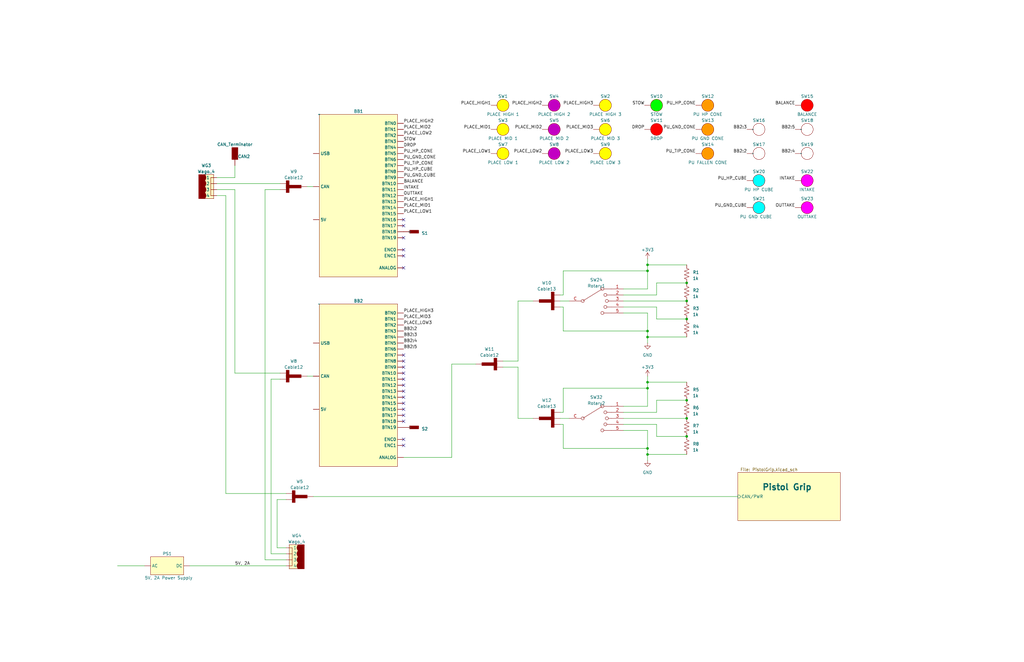
<source format=kicad_sch>
(kicad_sch (version 20230121) (generator eeschema)
  (paper "B")
  (title_block (title "Driver Station System Diagram") (date "2023-02-26") (rev "1.0") (company "971 Spartan Robotics"))
  (lib_symbols
    (symbol "Device:R_US" (pin_numbers hide) (pin_names (offset 0))
      (property "Reference" "R" (at 2.54 0 90))
      (property "Value" "R_US" (at -2.54 0 90))
      (symbol "R_US_0_1"
        (polyline (pts (xy 0 -2.286) (xy 0 -2.54)))
        (polyline (pts (xy 0 2.286) (xy 0 2.54)))
        (polyline (pts (xy 0 -0.762) (xy 1.016 -1.143) (xy 0 -1.524) (xy -1.016 -1.905) (xy 0 -2.286)))
        (polyline (pts (xy 0 0.762) (xy 1.016 0.381) (xy 0 0) (xy -1.016 -0.381) (xy 0 -0.762)))
        (polyline (pts (xy 0 2.286) (xy 1.016 1.905) (xy 0 1.524) (xy -1.016 1.143) (xy 0 0.762)))
      )
      (symbol "R_US_1_1"
        (pin passive line (at 0 3.81 270) (length 1.27) (name "~") (number "1"))
        (pin passive line (at 0 -3.81 90) (length 1.27) (name "~") (number "2"))
      )
    )
    (symbol "Push_Button_SW_1"
      (property "Reference" "SW1" (at 2.54 3.81 0))
      (property "Value" "~" (at 0 0 0))
      (symbol "Push_Button_SW_1_0_0"
        (pin passive line (at -2.54 0 0) (length 2.54) (name "") (number ""))
      )
      (symbol "Push_Button_SW_1_0_1"
        (circle (center 2.54 0) (radius 2.54) (fill (type color) (color 255 255 0 1)))
      )
    )
    (symbol "Push_Button_SW_10"
      (property "Reference" "SW19" (at 2.54 3.81 0))
      (property "Value" "~" (at 0 0 0))
      (symbol "Push_Button_SW_10_0_0"
        (pin passive line (at -2.54 0 0) (length 2.54) (name "") (number ""))
      )
      (symbol "Push_Button_SW_10_0_1"
        (circle (center 2.54 0) (radius 2.54) (fill (type color) (color 255 255 255 1)))
      )
    )
    (symbol "Push_Button_SW_2"
      (property "Reference" "SW10" (at 2.54 3.81 0))
      (property "Value" "~" (at 0 0 0))
      (symbol "Push_Button_SW_2_0_0"
        (pin passive line (at -2.54 0 0) (length 2.54) (name "") (number ""))
      )
      (symbol "Push_Button_SW_2_0_1"
        (circle (center 2.54 0) (radius 2.54) (fill (type color) (color 0 255 0 1)))
      )
    )
    (symbol "Push_Button_SW_3"
      (property "Reference" "SW11" (at 2.54 3.81 0))
      (property "Value" "~" (at 0 0 0))
      (symbol "Push_Button_SW_3_0_0"
        (pin passive line (at -2.54 0 0) (length 2.54) (name "") (number ""))
      )
      (symbol "Push_Button_SW_3_0_1"
        (circle (center 2.54 0) (radius 2.54) (fill (type color) (color 255 0 0 1)))
      )
    )
    (symbol "Push_Button_SW_4"
      (property "Reference" "SW12" (at 2.54 3.81 0))
      (property "Value" "~" (at 0 0 0))
      (symbol "Push_Button_SW_4_0_0"
        (pin passive line (at -2.54 0 0) (length 2.54) (name "") (number ""))
      )
      (symbol "Push_Button_SW_4_0_1"
        (circle (center 2.54 0) (radius 2.54) (fill (type color) (color 255 153 0 1)))
      )
    )
    (symbol "Push_Button_SW_7"
      (property "Reference" "SW20" (at 2.54 3.81 0))
      (property "Value" "~" (at 0 0 0))
      (symbol "Push_Button_SW_7_0_0"
        (pin passive line (at -2.54 0 0) (length 2.54) (name "") (number ""))
      )
      (symbol "Push_Button_SW_7_0_1"
        (circle (center 2.54 0) (radius 2.54) (fill (type color) (color 0 255 255 1)))
      )
    )
    (symbol "Push_Button_SW_8"
      (property "Reference" "SW22" (at 2.54 3.81 0))
      (property "Value" "~" (at 0 0 0))
      (symbol "Push_Button_SW_8_0_0"
        (pin passive line (at -2.54 0 0) (length 2.54) (name "") (number ""))
      )
      (symbol "Push_Button_SW_8_0_1"
        (circle (center 2.54 0) (radius 2.54) (fill (type color) (color 255 0 255 1)))
      )
    )
    (symbol "Push_Button_SW_9"
      (property "Reference" "SW17" (at 2.54 3.81 0))
      (property "Value" "~" (at 0 0 0))
      (symbol "Push_Button_SW_9_0_0"
        (pin passive line (at -2.54 0 0) (length 2.54) (name "") (number ""))
      )
      (symbol "Push_Button_SW_9_0_1"
        (circle (center 2.54 0) (radius 2.54) (fill (type color) (color 255 255 255 1)))
      )
    )
    (symbol "Switch:SW_Rotary2x6" (pin_names (offset 1.016) hide)
      (property "Reference" "SW24" (at 1.27 19.05 0))
      (property "Value" "SW_Rotary1x5" (at 1.27 16.51 0))
      (symbol "SW_Rotary2x6_0_0"
        (circle (center -4.445 7.62) (radius 0.635))
        (polyline (pts (xy -4.445 7.62) (xy 3.81 12.7)))
        (polyline (pts (xy 4.445 12.7) (xy 7.62 12.7)))
        (polyline (pts (xy 5.715 5.08) (xy 7.62 5.08)))
        (polyline (pts (xy 5.715 10.16) (xy 7.62 10.16)))
        (polyline (pts (xy 6.35 7.62) (xy 7.62 7.62)))
        (polyline (pts (xy 7.62 2.54) (xy 4.445 2.54)))
        (circle (center 3.81 2.54) (radius 0.635))
        (circle (center 3.81 12.7) (radius 0.635))
        (circle (center 5.08 5.08) (radius 0.635))
        (circle (center 5.08 10.16) (radius 0.635))
        (circle (center 5.715 7.62) (radius 0.635))
      )
      (symbol "SW_Rotary2x6_0_1"
        (pin passive line (at 12.7 12.7 180) (length 5.08) (name "1") (number "1"))
        (pin passive line (at 12.7 10.16 180) (length 5.08) (name "2") (number "2"))
        (pin passive line (at 12.7 7.62 180) (length 5.08) (name "3") (number "3"))
        (pin passive line (at 12.7 5.08 180) (length 5.08) (name "4") (number "4"))
        (pin passive line (at 12.7 2.54 180) (length 5.08) (name "5") (number "5"))
        (pin passive line (at -10.16 7.62 0) (length 5.08) (name "C") (number "C"))
      )
    )
    (symbol "SystemDiagram:AC-DC-PowerSupply" (pin_numbers hide)
      (property "Reference" "PS" (at 6.35 5.08 0))
      (symbol "AC-DC-PowerSupply_0_1"
        (rectangle (start 0 3.81) (end 13.97 -3.81) (fill (type background)))
      )
      (symbol "AC-DC-PowerSupply_1_1"
        (pin input line (at -2.54 0 0) (length 2.54) (name "AC") (number "1"))
        (pin output line (at 16.51 0 180) (length 2.54) (name "DC") (number "2"))
      )
    )
    (symbol "SystemDiagram:Button_Board_2"
      (property "Reference" "BB" (at 0 1.27 0))
      (symbol "Button_Board_2_0_0"
        (pin power_in line (at -2.54 -44.45 0) (length 2.54) (name "5V") (number ""))
        (pin input line (at 35.56 -64.77 180) (length 2.54) (name "ANALOG") (number ""))
        (pin input line (at 35.56 -3.81 180) (length 2.54) (name "BTN0") (number ""))
        (pin input line (at 35.56 -6.35 180) (length 2.54) (name "BTN1") (number ""))
        (pin input line (at 35.56 -29.21 180) (length 2.54) (name "BTN10") (number ""))
        (pin input line (at 35.56 -31.75 180) (length 2.54) (name "BTN11") (number ""))
        (pin input line (at 35.56 -34.29 180) (length 2.54) (name "BTN12") (number ""))
        (pin input line (at 35.56 -36.83 180) (length 2.54) (name "BTN13") (number ""))
        (pin input line (at 35.56 -39.37 180) (length 2.54) (name "BTN14") (number ""))
        (pin input line (at 35.56 -41.91 180) (length 2.54) (name "BTN15") (number ""))
        (pin input line (at 35.56 -44.45 180) (length 2.54) (name "BTN16") (number ""))
        (pin input line (at 35.56 -46.99 180) (length 2.54) (name "BTN17") (number ""))
        (pin input line (at 35.56 -49.53 180) (length 2.54) (name "BTN18") (number ""))
        (pin input line (at 35.56 -52.07 180) (length 2.54) (name "BTN19") (number ""))
        (pin input line (at 35.56 -8.89 180) (length 2.54) (name "BTN2") (number ""))
        (pin input line (at 35.56 -11.43 180) (length 2.54) (name "BTN3") (number ""))
        (pin input line (at 35.56 -13.97 180) (length 2.54) (name "BTN4") (number ""))
        (pin input line (at 35.56 -16.51 180) (length 2.54) (name "BTN5") (number ""))
        (pin input line (at 35.56 -19.05 180) (length 2.54) (name "BTN6") (number ""))
        (pin input line (at 35.56 -21.59 180) (length 2.54) (name "BTN7") (number ""))
        (pin input line (at 35.56 -24.13 180) (length 2.54) (name "BTN8") (number ""))
        (pin input line (at 35.56 -26.67 180) (length 2.54) (name "BTN9") (number ""))
        (pin bidirectional line (at -2.54 -30.48 0) (length 2.54) (name "CAN") (number ""))
        (pin input line (at 35.56 -57.15 180) (length 2.54) (name "ENC0") (number ""))
        (pin input line (at 35.56 -59.69 180) (length 2.54) (name "ENC1") (number ""))
        (pin bidirectional line (at -2.54 -16.51 0) (length 2.54) (name "USB") (number ""))
      )
      (symbol "Button_Board_2_0_1"
        (rectangle (start 0 0) (end 33.02 -68.58) (fill (type background)))
      )
    )
    (symbol "SystemDiagram:CAN_Terminator"
      (property "Reference" "CAN" (at 0 0 0))
      (property "Value" "CAN_Terminator" (at 0 0 0))
      (symbol "CAN_Terminator_0_1"
        (rectangle (start 0 1.27) (end 5.08 -1.27) (fill (type outline)))
      )
      (symbol "CAN_Terminator_1_1"
        (pin input line (at -2.54 0 0) (length 2.54) (name "") (number ""))
      )
    )
    (symbol "SystemDiagram:Cable12" (pin_numbers hide) (pin_names hide)
      (property "Reference" "W" (at 0 0 0))
      (property "Value" "Cable12" (at 0 0 0))
      (symbol "Cable12_0_1"
        (rectangle (start 0 0.635) (end 6.35 -0.635) (fill (type outline)))
        (rectangle (start 5.08 2.54) (end 6.35 -2.54) (fill (type outline)))
      )
      (symbol "Cable12_1_1"
        (pin input line (at -2.54 0 0) (length 2.54) (name "1") (number "1"))
        (pin input line (at 8.89 -1.27 180) (length 2.54) (name "1") (number "1"))
        (pin input line (at 8.89 1.27 180) (length 2.54) (name "1") (number "1"))
      )
    )
    (symbol "SystemDiagram:Cable13" (pin_numbers hide) (pin_names hide)
      (property "Reference" "W" (at 0 0 0))
      (property "Value" "Cable13" (at 0 0 0))
      (symbol "Cable13_0_1"
        (rectangle (start 0 0.635) (end 6.35 -0.635) (fill (type outline)))
        (rectangle (start 5.08 3.81) (end 6.35 -3.81) (fill (type outline)))
      )
      (symbol "Cable13_1_1"
        (pin input line (at -2.54 0 0) (length 2.54) (name "1") (number "1"))
        (pin input line (at 8.89 -2.54 180) (length 2.54) (name "1") (number "1"))
        (pin input line (at 8.89 0 180) (length 2.54) (name "1") (number "1"))
        (pin input line (at 8.89 2.54 180) (length 2.54) (name "1") (number "1"))
      )
    )
    (symbol "SystemDiagram:Push_Button_SW"
      (property "Reference" "SW4" (at 2.54 3.81 0))
      (property "Value" "~" (at 0 0 0))
      (symbol "Push_Button_SW_0_0"
        (pin passive line (at -2.54 0 0) (length 2.54) (name "") (number ""))
      )
      (symbol "Push_Button_SW_0_1"
        (circle (center 2.54 0) (radius 2.54) (fill (type color) (color 194 0 194 1)))
      )
    )
    (symbol "SystemDiagram:Short"
      (property "Reference" "S" (at 0 0 0))
      (symbol "Short_0_0"
        (pin passive line (at -2.54 0 0) (length 2.54) (name "") (number ""))
      )
      (symbol "Short_0_1"
        (rectangle (start 0 0.635) (end 3.81 -0.635) (fill (type outline)))
      )
    )
    (symbol "SystemDiagram:Wago_4"
      (property "Reference" "WG" (at 0 0 0))
      (property "Value" "Wago_4" (at 1.27 0 0))
      (symbol "Wago_4_0_1"
        (rectangle (start -2.54 5.08) (end 3.81 -5.08) (fill (type background)))
        (polyline (pts (xy -1.27 3.81) (xy -1.27 -3.81)))
        (rectangle (start 1.27 -3.81) (end 1.27 -3.81))
        (arc (start 1.27 -2.54) (mid 0.744 -3.81) (end 1.27 -5.08) (fill (type outline)))
        (rectangle (start 1.27 -2.54) (end 3.81 -5.08) (fill (type outline)))
        (arc (start 1.27 0) (mid 0.744 -1.27) (end 1.27 -2.54) (fill (type outline)))
        (rectangle (start 1.27 0) (end 3.81 -2.54) (fill (type outline)))
        (arc (start 1.27 2.54) (mid 0.744 1.27) (end 1.27 0) (fill (type outline)))
        (rectangle (start 1.27 2.54) (end 3.81 0) (fill (type outline)))
        (arc (start 1.27 5.08) (mid 0.744 3.81) (end 1.27 2.54) (fill (type outline)))
        (rectangle (start 1.27 5.08) (end 1.27 5.08))
        (rectangle (start 1.27 5.08) (end 3.81 2.54) (fill (type outline)))
        (rectangle (start 2.54 -1.27) (end 2.54 -1.27))
      )
      (symbol "Wago_4_1_1"
        (pin input line (at -3.81 3.81 0) (length 2.54) (name "1") (number ""))
        (pin input line (at -3.81 1.27 0) (length 2.54) (name "2") (number ""))
        (pin input line (at -3.81 -1.27 0) (length 2.54) (name "3") (number ""))
        (pin input line (at -3.81 -3.81 0) (length 2.54) (name "4") (number ""))
      )
    )
    (symbol "power:+3V3" (power) (pin_names (offset 0))
      (property "Value" "+3V3" (at 0 3.556 0))
      (symbol "+3V3_0_1"
        (polyline (pts (xy -0.762 1.27) (xy 0 2.54)))
        (polyline (pts (xy 0 0) (xy 0 2.54)))
        (polyline (pts (xy 0 2.54) (xy 0.762 1.27)))
      )
      (symbol "+3V3_1_1"
        (pin power_in line (at 0 0 90) (length 0) hide (name "+3V3") (number "1"))
      )
    )
    (symbol "power:GND" (power) (pin_names (offset 0))
      (property "Value" "GND" (at 0 -3.81 0))
      (symbol "GND_0_1"
        (polyline (pts (xy 0 0) (xy 0 -1.27) (xy 1.27 -1.27) (xy 0 -2.54) (xy -1.27 -1.27) (xy 0 -1.27)))
      )
      (symbol "GND_1_1"
        (pin power_in line (at 0 0 270) (length 0) hide (name "GND") (number "1"))
      )
    )
  )
  (junction (at 273.05 189.23))
  (junction (at 289.56 134.62))
  (junction (at 289.56 184.15))
  (junction (at 273.05 191.77))
  (junction (at 289.56 127))
  (junction (at 289.56 176.53))
  (junction (at 273.05 163.83))
  (junction (at 273.05 114.3))
  (junction (at 273.05 139.7))
  (junction (at 273.05 142.24))
  (junction (at 273.05 111.76))
  (junction (at 289.56 168.91))
  (junction (at 289.56 119.38))
  (junction (at 273.05 161.29))
  (no_connect (at 170.18 107.95))
  (no_connect (at 170.18 152.4))
  (no_connect (at 170.18 162.56))
  (no_connect (at 170.18 170.18))
  (no_connect (at 170.18 154.94))
  (no_connect (at 170.18 160.02))
  (no_connect (at 170.18 175.26))
  (no_connect (at 170.18 95.25))
  (no_connect (at 170.18 167.64))
  (no_connect (at 170.18 177.8))
  (no_connect (at 170.18 113.03))
  (no_connect (at 170.18 172.72))
  (no_connect (at 170.18 187.96))
  (no_connect (at 170.18 149.86))
  (no_connect (at 170.18 105.41))
  (no_connect (at 170.18 185.42))
  (no_connect (at 170.18 165.1))
  (no_connect (at 170.18 92.71))
  (no_connect (at 170.18 100.33))
  (no_connect (at 170.18 157.48))
  (wire (pts (xy 276.86 184.15) (xy 289.56 184.15)))
  (wire (pts (xy 273.05 181.61) (xy 273.05 189.23)))
  (wire (pts (xy 91.44 74.93) (xy 99.06 74.93)))
  (wire (pts (xy 116.84 210.82) (xy 120.65 210.82)))
  (wire (pts (xy 273.05 121.92) (xy 273.05 114.3)))
  (wire (pts (xy 237.49 129.54) (xy 237.49 139.7)))
  (wire (pts (xy 120.65 208.28) (xy 95.25 208.28)))
  (wire (pts (xy 276.86 124.46) (xy 276.86 119.38)))
  (wire (pts (xy 218.44 154.94) (xy 212.09 154.94)))
  (wire (pts (xy 218.44 152.4) (xy 218.44 127)))
  (wire (pts (xy 236.22 179.07) (xy 237.49 179.07)))
  (wire (pts (xy 200.66 153.67) (xy 190.5 153.67)))
  (wire (pts (xy 262.89 129.54) (xy 276.86 129.54)))
  (wire (pts (xy 237.49 189.23) (xy 273.05 189.23)))
  (wire (pts (xy 80.01 238.76) (xy 120.65 238.76)))
  (wire (pts (xy 237.49 163.83) (xy 273.05 163.83)))
  (wire (pts (xy 276.86 129.54) (xy 276.86 134.62)))
  (wire (pts (xy 114.3 160.02) (xy 118.11 160.02)))
  (wire (pts (xy 111.76 236.22) (xy 111.76 80.01)))
  (wire (pts (xy 262.89 176.53) (xy 289.56 176.53)))
  (wire (pts (xy 218.44 176.53) (xy 218.44 154.94)))
  (wire (pts (xy 190.5 153.67) (xy 190.5 193.04)))
  (wire (pts (xy 273.05 139.7) (xy 273.05 142.24)))
  (wire (pts (xy 236.22 176.53) (xy 240.03 176.53)))
  (wire (pts (xy 237.49 139.7) (xy 273.05 139.7)))
  (wire (pts (xy 120.65 231.14) (xy 116.84 231.14)))
  (wire (pts (xy 120.65 236.22) (xy 111.76 236.22)))
  (wire (pts (xy 224.79 176.53) (xy 218.44 176.53)))
  (wire (pts (xy 116.84 231.14) (xy 116.84 210.82)))
  (wire (pts (xy 273.05 158.75) (xy 273.05 161.29)))
  (wire (pts (xy 262.89 124.46) (xy 276.86 124.46)))
  (wire (pts (xy 273.05 191.77) (xy 289.56 191.77)))
  (wire (pts (xy 190.5 193.04) (xy 170.18 193.04)))
  (wire (pts (xy 237.49 124.46) (xy 237.49 114.3)))
  (wire (pts (xy 276.86 179.07) (xy 276.86 184.15)))
  (wire (pts (xy 273.05 189.23) (xy 273.05 191.77)))
  (wire (pts (xy 273.05 142.24) (xy 289.56 142.24)))
  (wire (pts (xy 95.25 82.55) (xy 91.44 82.55)))
  (wire (pts (xy 273.05 132.08) (xy 273.05 139.7)))
  (wire (pts (xy 236.22 127) (xy 240.03 127)))
  (wire (pts (xy 111.76 80.01) (xy 118.11 80.01)))
  (wire (pts (xy 262.89 179.07) (xy 276.86 179.07)))
  (wire (pts (xy 236.22 173.99) (xy 237.49 173.99)))
  (wire (pts (xy 129.54 158.75) (xy 132.08 158.75)))
  (wire (pts (xy 99.06 74.93) (xy 99.06 69.85)))
  (wire (pts (xy 273.05 171.45) (xy 273.05 163.83)))
  (wire (pts (xy 212.09 152.4) (xy 218.44 152.4)))
  (wire (pts (xy 49.53 238.76) (xy 60.96 238.76)))
  (wire (pts (xy 99.06 157.48) (xy 99.06 80.01)))
  (wire (pts (xy 273.05 161.29) (xy 289.56 161.29)))
  (wire (pts (xy 95.25 208.28) (xy 95.25 82.55)))
  (wire (pts (xy 273.05 191.77) (xy 273.05 194.31)))
  (wire (pts (xy 262.89 173.99) (xy 276.86 173.99)))
  (wire (pts (xy 276.86 168.91) (xy 289.56 168.91)))
  (wire (pts (xy 129.54 78.74) (xy 132.08 78.74)))
  (wire (pts (xy 218.44 127) (xy 224.79 127)))
  (wire (pts (xy 276.86 134.62) (xy 289.56 134.62)))
  (wire (pts (xy 237.49 179.07) (xy 237.49 189.23)))
  (wire (pts (xy 273.05 109.22) (xy 273.05 111.76)))
  (wire (pts (xy 262.89 127) (xy 289.56 127)))
  (wire (pts (xy 99.06 80.01) (xy 91.44 80.01)))
  (wire (pts (xy 273.05 142.24) (xy 273.05 144.78)))
  (wire (pts (xy 262.89 181.61) (xy 273.05 181.61)))
  (wire (pts (xy 273.05 114.3) (xy 273.05 111.76)))
  (wire (pts (xy 237.49 173.99) (xy 237.49 163.83)))
  (wire (pts (xy 276.86 119.38) (xy 289.56 119.38)))
  (wire (pts (xy 262.89 132.08) (xy 273.05 132.08)))
  (wire (pts (xy 273.05 111.76) (xy 289.56 111.76)))
  (wire (pts (xy 262.89 171.45) (xy 273.05 171.45)))
  (wire (pts (xy 273.05 163.83) (xy 273.05 161.29)))
  (wire (pts (xy 120.65 233.68) (xy 114.3 233.68)))
  (wire (pts (xy 91.44 77.47) (xy 118.11 77.47)))
  (wire (pts (xy 276.86 173.99) (xy 276.86 168.91)))
  (wire (pts (xy 236.22 124.46) (xy 237.49 124.46)))
  (wire (pts (xy 114.3 233.68) (xy 114.3 160.02)))
  (wire (pts (xy 262.89 121.92) (xy 273.05 121.92)))
  (wire (pts (xy 132.08 209.55) (xy 311.15 209.55)))
  (wire (pts (xy 118.11 157.48) (xy 99.06 157.48)))
  (wire (pts (xy 237.49 114.3) (xy 273.05 114.3)))
  (wire (pts (xy 236.22 129.54) (xy 237.49 129.54)))
  (label "PLACE_MID3" (at 250.19 54.61 180))
  (label "BB2:3" (at 314.96 54.61 180))
  (label "PLACE_HIGH1" (at 207.01 44.45 180))
  (label "INTAKE" (at 170.18 80.01 0))
  (label "PLACE_MID2" (at 228.6 54.61 180))
  (label "BB2:2" (at 314.96 64.77 180))
  (label "STOW" (at 271.78 44.45 180))
  (label "BB2:4" (at 170.18 144.78 0))
  (label "PU_HP_CONE" (at 293.37 44.45 180))
  (label "PU_GND_CONE" (at 170.18 67.31 0))
  (label "BB2:2" (at 170.18 139.7 0))
  (label "STOW" (at 170.18 59.69 0))
  (label "PLACE_MID2" (at 170.18 54.61 0))
  (label "PLACE_HIGH3" (at 170.18 132.08 0))
  (label "PLACE_HIGH2" (at 228.6 44.45 180))
  (label "PLACE_LOW3" (at 250.19 64.77 180))
  (label "PU_GND_CUBE" (at 314.96 87.63 180))
  (label "BALANCE" (at 170.18 77.47 0))
  (label "PU_GND_CONE" (at 293.37 54.61 180))
  (label "PU_HP_CUBE" (at 170.18 72.39 0))
  (label "PLACE_HIGH2" (at 170.18 52.07 0))
  (label "PU_TIP_CONE" (at 293.37 64.77 180))
  (label "PLACE_HIGH3" (at 250.19 44.45 180))
  (label "PU_TIP_CONE" (at 170.18 69.85 0))
  (label "BB2:5" (at 335.28 54.61 180))
  (label "PLACE_MID3" (at 170.18 134.62 0))
  (label "PLACE_LOW2" (at 170.18 57.15 0))
  (label "PLACE_LOW2" (at 228.6 64.77 180))
  (label "PU_HP_CONE" (at 170.18 64.77 0))
  (label "DROP" (at 170.18 62.23 0))
  (label "OUTTAKE" (at 170.18 82.55 0))
  (label "PLACE_MID1" (at 170.18 87.63 0))
  (label "OUTTAKE" (at 335.28 87.63 180))
  (label "5V, 2A" (at 99.06 238.76 0))
  (label "BB2:5" (at 170.18 147.32 0))
  (label "PLACE_MID1" (at 207.01 54.61 180))
  (label "PLACE_LOW1" (at 170.18 90.17 0))
  (label "PLACE_HIGH1" (at 170.18 85.09 0))
  (label "INTAKE" (at 335.28 76.2 180))
  (label "PLACE_LOW1" (at 207.01 64.77 180))
  (label "BALANCE" (at 335.28 44.45 180))
  (label "PLACE_LOW3" (at 170.18 137.16 0))
  (label "DROP" (at 271.78 54.61 180))
  (label "PU_GND_CUBE" (at 170.18 74.93 0))
  (label "BB2:3" (at 170.18 142.24 0))
  (label "BB2:4" (at 335.28 64.77 180))
  (label "PU_HP_CUBE" (at 314.96 76.2 180))
  (symbol (lib_id "Device:R_US") (at 289.56 165.1 0) (unit 1)
    (property "Reference" "R5" (at 292.1 164.465 0) (effects (justify left)))
    (property "Value" "1k" (at 292.1 167.005 0) (effects (justify left)))
  )
  (symbol (lib_id "Device:R_US") (at 289.56 172.72 0) (unit 1)
    (property "Reference" "R6" (at 292.1 172.085 0) (effects (justify left)))
    (property "Value" "1k" (at 292.1 174.625 0) (effects (justify left)))
  )
  (symbol (lib_id "SystemDiagram:Wago_4") (at 124.46 234.95 0) (unit 1)
    (property "Reference" "WG4" (at 125.095 226.06 0))
    (property "Value" "Wago_4" (at 125.095 228.6 0))
  )
  (symbol (lib_id "SystemDiagram:Cable12") (at 203.2 153.67 0) (unit 1)
    (property "Reference" "W11" (at 206.375 147.32 0))
    (property "Value" "Cable12" (at 206.375 149.86 0))
  )
  (symbol (lib_id "SystemDiagram:CAN_Terminator") (at 99.06 67.31 90) (unit 1)
    (property "Reference" "CAN2" (at 102.87 66.04 90))
    (property "Value" "CAN_Terminator" (at 99.06 60.96 90))
  )
  (symbol (lib_name "Push_Button_SW_2") (lib_id "SystemDiagram:Push_Button_SW") (at 274.32 44.45 0) (unit 1)
    (property "Reference" "SW10" (at 276.86 40.64 0))
    (property "Value" "STOW" (at 276.86 48.26 0))
  )
  (symbol (lib_id "SystemDiagram:Cable13") (at 227.33 127 0) (unit 1)
    (property "Reference" "W10" (at 230.505 119.38 0))
    (property "Value" "Cable13" (at 230.505 121.92 0))
  )
  (symbol (lib_name "Push_Button_SW_1") (lib_id "SystemDiagram:Push_Button_SW") (at 252.73 64.77 0) (unit 1)
    (property "Reference" "SW9" (at 255.27 60.96 0))
    (property "Value" "PLACE LOW 3" (at 255.27 68.58 0))
  )
  (symbol (lib_name "Push_Button_SW_1") (lib_id "SystemDiagram:Push_Button_SW") (at 252.73 44.45 0) (unit 1)
    (property "Reference" "SW2" (at 255.27 40.64 0))
    (property "Value" "PLACE HIGH 3" (at 255.27 48.26 0))
  )
  (symbol (lib_name "Push_Button_SW_7") (lib_id "SystemDiagram:Push_Button_SW") (at 317.5 76.2 0) (unit 1)
    (property "Reference" "SW20" (at 320.04 72.39 0))
    (property "Value" "PU HP CUBE" (at 320.04 80.01 0))
  )
  (symbol (lib_name "Push_Button_SW_8") (lib_id "SystemDiagram:Push_Button_SW") (at 337.82 87.63 0) (unit 1)
    (property "Reference" "SW23" (at 340.36 83.82 0))
    (property "Value" "OUTTAKE" (at 340.36 91.44 0))
  )
  (symbol (lib_id "Device:R_US") (at 289.56 115.57 0) (unit 1)
    (property "Reference" "R1" (at 292.1 114.935 0) (effects (justify left)))
    (property "Value" "1k" (at 292.1 117.475 0) (effects (justify left)))
  )
  (symbol (lib_id "SystemDiagram:AC-DC-PowerSupply") (at 63.5 238.76 0) (unit 1)
    (property "Reference" "PS1" (at 70.485 233.68 0))
    (property "Value" "5V, 2A Power Supply" (at 71.12 243.84 0))
  )
  (symbol (lib_id "power:GND") (at 273.05 194.31 0) (unit 1)
    (property "Reference" "#PWR04" (effects hide))
    (property "Value" "GND" (at 273.05 199.39 0))
  )
  (symbol (lib_name "Push_Button_SW_3") (lib_id "SystemDiagram:Push_Button_SW") (at 274.32 54.61 0) (unit 1)
    (property "Reference" "SW11" (at 276.86 50.8 0))
    (property "Value" "DROP" (at 276.86 58.42 0))
  )
  (symbol (lib_id "power:+3V3") (at 273.05 109.22 0) (unit 1)
    (property "Reference" "#PWR01" (effects hide))
    (property "Value" "+3V3" (at 273.05 105.41 0))
  )
  (symbol (lib_id "SystemDiagram:Cable12") (at 129.54 209.55 0) (mirror y) (unit 1)
    (property "Reference" "W5" (at 126.365 203.2 0))
    (property "Value" "Cable12" (at 126.365 205.74 0))
  )
  (symbol (lib_id "SystemDiagram:Push_Button_SW") (at 231.14 54.61 0) (unit 1)
    (property "Reference" "SW5" (at 233.68 50.8 0))
    (property "Value" "PLACE MID 2" (at 233.68 58.42 0))
  )
  (symbol (lib_id "Device:R_US") (at 289.56 130.81 0) (unit 1)
    (property "Reference" "R3" (at 292.1 130.175 0) (effects (justify left)))
    (property "Value" "1k" (at 292.1 132.715 0) (effects (justify left)))
  )
  (symbol (lib_id "SystemDiagram:Button_Board_2") (at 134.62 48.26 0) (unit 1)
    (property "Reference" "BB1" (at 151.13 46.99 0))
    (property "Value" "~" (at 134.62 48.26 0))
  )
  (symbol (lib_id "Device:R_US") (at 289.56 187.96 0) (unit 1)
    (property "Reference" "R8" (at 292.1 187.325 0) (effects (justify left)))
    (property "Value" "1k" (at 292.1 189.865 0) (effects (justify left)))
  )
  (symbol (lib_id "SystemDiagram:Push_Button_SW") (at 231.14 44.45 0) (unit 1)
    (property "Reference" "SW4" (at 233.68 40.64 0))
    (property "Value" "PLACE HIGH 2" (at 233.68 48.26 0))
  )
  (symbol (lib_name "Push_Button_SW_1") (lib_id "SystemDiagram:Push_Button_SW") (at 252.73 54.61 0) (unit 1)
    (property "Reference" "SW6" (at 255.27 50.8 0))
    (property "Value" "PLACE MID 3" (at 255.27 58.42 0))
  )
  (symbol (lib_id "power:+3V3") (at 273.05 158.75 0) (unit 1)
    (property "Reference" "#PWR03" (effects hide))
    (property "Value" "+3V3" (at 273.05 154.94 0))
  )
  (symbol (lib_name "Push_Button_SW_4") (lib_id "SystemDiagram:Push_Button_SW") (at 295.91 64.77 0) (unit 1)
    (property "Reference" "SW14" (at 298.45 60.96 0))
    (property "Value" "PU FALLEN CONE" (at 298.45 68.58 0))
  )
  (symbol (lib_name "Push_Button_SW_3") (lib_id "SystemDiagram:Push_Button_SW") (at 337.82 44.45 0) (unit 1)
    (property "Reference" "SW15" (at 340.36 40.64 0))
    (property "Value" "BALANCE" (at 340.36 48.26 0))
  )
  (symbol (lib_name "Push_Button_SW_7") (lib_id "SystemDiagram:Push_Button_SW") (at 317.5 87.63 0) (unit 1)
    (property "Reference" "SW21" (at 320.04 83.82 0))
    (property "Value" "PU GND CUBE" (at 318.77 91.44 0))
  )
  (symbol (lib_name "Push_Button_SW_4") (lib_id "SystemDiagram:Push_Button_SW") (at 295.91 44.45 0) (unit 1)
    (property "Reference" "SW12" (at 298.45 40.64 0))
    (property "Value" "PU HP CONE" (at 298.45 48.26 0))
  )
  (symbol (lib_name "Push_Button_SW_1") (lib_id "SystemDiagram:Push_Button_SW") (at 209.55 64.77 0) (unit 1)
    (property "Reference" "SW7" (at 212.09 60.96 0))
    (property "Value" "PLACE LOW 1" (at 212.09 68.58 0))
  )
  (symbol (lib_id "Device:R_US") (at 289.56 123.19 0) (unit 1)
    (property "Reference" "R2" (at 292.1 122.555 0) (effects (justify left)))
    (property "Value" "1k" (at 292.1 125.095 0) (effects (justify left)))
  )
  (symbol (lib_id "Switch:SW_Rotary2x6") (at 250.19 134.62 0) (unit 1)
    (property "Reference" "SW24" (at 251.46 118.11 0))
    (property "Value" "Rotary1" (at 251.46 120.65 0))
  )
  (symbol (lib_id "Device:R_US") (at 289.56 138.43 0) (unit 1)
    (property "Reference" "R4" (at 292.1 137.795 0) (effects (justify left)))
    (property "Value" "1k" (at 292.1 140.335 0) (effects (justify left)))
  )
  (symbol (lib_id "SystemDiagram:Short") (at 172.72 97.79 0) (unit 1)
    (property "Reference" "S1" (at 177.8 98.425 0) (effects (justify left)))
    (property "Value" "~" (at 172.72 97.79 0))
  )
  (symbol (lib_id "Device:R_US") (at 289.56 180.34 0) (unit 1)
    (property "Reference" "R7" (at 292.1 179.705 0) (effects (justify left)))
    (property "Value" "1k" (at 292.1 182.245 0) (effects (justify left)))
  )
  (symbol (lib_name "Push_Button_SW_1") (lib_id "SystemDiagram:Push_Button_SW") (at 209.55 54.61 0) (unit 1)
    (property "Reference" "SW3" (at 212.09 50.8 0))
    (property "Value" "PLACE MID 1" (at 212.09 58.42 0))
  )
  (symbol (lib_id "SystemDiagram:Short") (at 172.72 180.34 0) (unit 1)
    (property "Reference" "S2" (at 177.8 180.975 0) (effects (justify left)))
    (property "Value" "~" (at 172.72 180.34 0))
  )
  (symbol (lib_name "Push_Button_SW_9") (lib_id "SystemDiagram:Push_Button_SW") (at 317.5 54.61 0) (unit 1)
    (property "Reference" "SW16" (at 320.04 50.8 0))
    (property "Value" "~" (at 317.5 54.61 0))
  )
  (symbol (lib_name "Push_Button_SW_4") (lib_id "SystemDiagram:Push_Button_SW") (at 295.91 54.61 0) (unit 1)
    (property "Reference" "SW13" (at 298.45 50.8 0))
    (property "Value" "PU GND CONE" (at 298.45 58.42 0))
  )
  (symbol (lib_name "Push_Button_SW_1") (lib_id "SystemDiagram:Push_Button_SW") (at 209.55 44.45 0) (unit 1)
    (property "Reference" "SW1" (at 212.09 40.64 0))
    (property "Value" "PLACE HIGH 1" (at 212.09 48.26 0))
  )
  (symbol (lib_name "Push_Button_SW_9") (lib_id "SystemDiagram:Push_Button_SW") (at 317.5 64.77 0) (unit 1)
    (property "Reference" "SW17" (at 320.04 60.96 0))
    (property "Value" "~" (at 317.5 64.77 0))
  )
  (symbol (lib_id "SystemDiagram:Cable13") (at 227.33 176.53 0) (unit 1)
    (property "Reference" "W12" (at 230.505 168.91 0))
    (property "Value" "Cable13" (at 230.505 171.45 0))
  )
  (symbol (lib_id "SystemDiagram:Wago_4") (at 87.63 78.74 0) (mirror y) (unit 1)
    (property "Reference" "WG3" (at 86.995 69.85 0))
    (property "Value" "Wago_4" (at 86.995 72.39 0))
  )
  (symbol (lib_id "power:GND") (at 273.05 144.78 0) (unit 1)
    (property "Reference" "#PWR02" (effects hide))
    (property "Value" "GND" (at 273.05 149.86 0))
  )
  (symbol (lib_id "SystemDiagram:Push_Button_SW") (at 231.14 64.77 0) (unit 1)
    (property "Reference" "SW8" (at 233.68 60.96 0))
    (property "Value" "PLACE LOW 2" (at 233.68 68.58 0))
  )
  (symbol (lib_id "SystemDiagram:Cable12") (at 127 78.74 0) (mirror y) (unit 1)
    (property "Reference" "W9" (at 123.825 72.39 0))
    (property "Value" "Cable12" (at 123.825 74.93 0))
  )
  (symbol (lib_id "SystemDiagram:Button_Board_2") (at 134.62 128.27 0) (unit 1)
    (property "Reference" "BB2" (at 151.13 127 0))
    (property "Value" "~" (at 134.62 128.27 0))
  )
  (symbol (lib_name "Push_Button_SW_10") (lib_id "SystemDiagram:Push_Button_SW") (at 337.82 54.61 0) (unit 1)
    (property "Reference" "SW18" (at 340.36 50.8 0))
    (property "Value" "~" (at 337.82 54.61 0))
  )
  (symbol (lib_id "SystemDiagram:Cable12") (at 127 158.75 0) (mirror y) (unit 1)
    (property "Reference" "W8" (at 123.825 152.4 0))
    (property "Value" "Cable12" (at 123.825 154.94 0))
  )
  (symbol (lib_name "Push_Button_SW_10") (lib_id "SystemDiagram:Push_Button_SW") (at 337.82 64.77 0) (unit 1)
    (property "Reference" "SW19" (at 340.36 60.96 0))
    (property "Value" "~" (at 337.82 64.77 0))
  )
  (symbol (lib_id "Switch:SW_Rotary2x6") (at 250.19 184.15 0) (unit 1)
    (property "Reference" "SW32" (at 251.46 167.64 0))
    (property "Value" "Rotary2" (at 251.46 170.18 0))
  )
  (symbol (lib_name "Push_Button_SW_8") (lib_id "SystemDiagram:Push_Button_SW") (at 337.82 76.2 0) (unit 1)
    (property "Reference" "SW22" (at 340.36 72.39 0))
    (property "Value" "INTAKE" (at 340.36 80.01 0))
  )
  (sheet (at 311.15 199.39) (size 43.18 20.32) (stroke (width 0.1524)) (fill (color 255 255 194 1.0000))
    (property "Sheetname" "Pistol Grip" (at 321.31 207.01 0) (effects (font (size 2.54 2.54) bold) (justify left bottom)))
    (property "Sheetfile" "PistolGrip.kicad_sch" (at 312.1211 197.4531 0) (effects (justify left top)))
    (pin "CAN{slash}PWR" input (at 311.15 209.55 180))
  )
)
</source>
